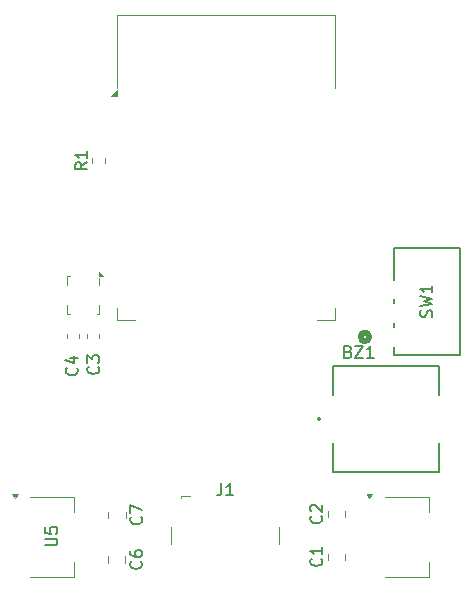
<source format=gbr>
%TF.GenerationSoftware,KiCad,Pcbnew,8.0.8-8.0.8-0~ubuntu24.04.1*%
%TF.CreationDate,2025-08-05T20:55:49-04:00*%
%TF.ProjectId,electronics,656c6563-7472-46f6-9e69-63732e6b6963,rev?*%
%TF.SameCoordinates,Original*%
%TF.FileFunction,Legend,Top*%
%TF.FilePolarity,Positive*%
%FSLAX46Y46*%
G04 Gerber Fmt 4.6, Leading zero omitted, Abs format (unit mm)*
G04 Created by KiCad (PCBNEW 8.0.8-8.0.8-0~ubuntu24.04.1) date 2025-08-05 20:55:49*
%MOMM*%
%LPD*%
G01*
G04 APERTURE LIST*
%ADD10C,0.150000*%
%ADD11C,0.508000*%
%ADD12C,0.152400*%
%ADD13C,0.120000*%
%ADD14C,0.100000*%
%ADD15C,0.127000*%
%ADD16C,0.200000*%
G04 APERTURE END LIST*
D10*
X222407200Y-85673332D02*
X222454819Y-85530475D01*
X222454819Y-85530475D02*
X222454819Y-85292380D01*
X222454819Y-85292380D02*
X222407200Y-85197142D01*
X222407200Y-85197142D02*
X222359580Y-85149523D01*
X222359580Y-85149523D02*
X222264342Y-85101904D01*
X222264342Y-85101904D02*
X222169104Y-85101904D01*
X222169104Y-85101904D02*
X222073866Y-85149523D01*
X222073866Y-85149523D02*
X222026247Y-85197142D01*
X222026247Y-85197142D02*
X221978628Y-85292380D01*
X221978628Y-85292380D02*
X221931009Y-85482856D01*
X221931009Y-85482856D02*
X221883390Y-85578094D01*
X221883390Y-85578094D02*
X221835771Y-85625713D01*
X221835771Y-85625713D02*
X221740533Y-85673332D01*
X221740533Y-85673332D02*
X221645295Y-85673332D01*
X221645295Y-85673332D02*
X221550057Y-85625713D01*
X221550057Y-85625713D02*
X221502438Y-85578094D01*
X221502438Y-85578094D02*
X221454819Y-85482856D01*
X221454819Y-85482856D02*
X221454819Y-85244761D01*
X221454819Y-85244761D02*
X221502438Y-85101904D01*
X221454819Y-84768570D02*
X222454819Y-84530475D01*
X222454819Y-84530475D02*
X221740533Y-84339999D01*
X221740533Y-84339999D02*
X222454819Y-84149523D01*
X222454819Y-84149523D02*
X221454819Y-83911428D01*
X222454819Y-83006666D02*
X222454819Y-83578094D01*
X222454819Y-83292380D02*
X221454819Y-83292380D01*
X221454819Y-83292380D02*
X221597676Y-83387618D01*
X221597676Y-83387618D02*
X221692914Y-83482856D01*
X221692914Y-83482856D02*
X221740533Y-83578094D01*
X189694819Y-105001904D02*
X190504342Y-105001904D01*
X190504342Y-105001904D02*
X190599580Y-104954285D01*
X190599580Y-104954285D02*
X190647200Y-104906666D01*
X190647200Y-104906666D02*
X190694819Y-104811428D01*
X190694819Y-104811428D02*
X190694819Y-104620952D01*
X190694819Y-104620952D02*
X190647200Y-104525714D01*
X190647200Y-104525714D02*
X190599580Y-104478095D01*
X190599580Y-104478095D02*
X190504342Y-104430476D01*
X190504342Y-104430476D02*
X189694819Y-104430476D01*
X189694819Y-103478095D02*
X189694819Y-103954285D01*
X189694819Y-103954285D02*
X190171009Y-104001904D01*
X190171009Y-104001904D02*
X190123390Y-103954285D01*
X190123390Y-103954285D02*
X190075771Y-103859047D01*
X190075771Y-103859047D02*
X190075771Y-103620952D01*
X190075771Y-103620952D02*
X190123390Y-103525714D01*
X190123390Y-103525714D02*
X190171009Y-103478095D01*
X190171009Y-103478095D02*
X190266247Y-103430476D01*
X190266247Y-103430476D02*
X190504342Y-103430476D01*
X190504342Y-103430476D02*
X190599580Y-103478095D01*
X190599580Y-103478095D02*
X190647200Y-103525714D01*
X190647200Y-103525714D02*
X190694819Y-103620952D01*
X190694819Y-103620952D02*
X190694819Y-103859047D01*
X190694819Y-103859047D02*
X190647200Y-103954285D01*
X190647200Y-103954285D02*
X190599580Y-104001904D01*
X193224819Y-72571666D02*
X192748628Y-72904999D01*
X193224819Y-73143094D02*
X192224819Y-73143094D01*
X192224819Y-73143094D02*
X192224819Y-72762142D01*
X192224819Y-72762142D02*
X192272438Y-72666904D01*
X192272438Y-72666904D02*
X192320057Y-72619285D01*
X192320057Y-72619285D02*
X192415295Y-72571666D01*
X192415295Y-72571666D02*
X192558152Y-72571666D01*
X192558152Y-72571666D02*
X192653390Y-72619285D01*
X192653390Y-72619285D02*
X192701009Y-72666904D01*
X192701009Y-72666904D02*
X192748628Y-72762142D01*
X192748628Y-72762142D02*
X192748628Y-73143094D01*
X193224819Y-71619285D02*
X193224819Y-72190713D01*
X193224819Y-71904999D02*
X192224819Y-71904999D01*
X192224819Y-71904999D02*
X192367676Y-72000237D01*
X192367676Y-72000237D02*
X192462914Y-72095475D01*
X192462914Y-72095475D02*
X192510533Y-72190713D01*
X204596666Y-99749819D02*
X204596666Y-100464104D01*
X204596666Y-100464104D02*
X204549047Y-100606961D01*
X204549047Y-100606961D02*
X204453809Y-100702200D01*
X204453809Y-100702200D02*
X204310952Y-100749819D01*
X204310952Y-100749819D02*
X204215714Y-100749819D01*
X205596666Y-100749819D02*
X205025238Y-100749819D01*
X205310952Y-100749819D02*
X205310952Y-99749819D01*
X205310952Y-99749819D02*
X205215714Y-99892676D01*
X205215714Y-99892676D02*
X205120476Y-99987914D01*
X205120476Y-99987914D02*
X205025238Y-100035533D01*
X197799580Y-102576666D02*
X197847200Y-102624285D01*
X197847200Y-102624285D02*
X197894819Y-102767142D01*
X197894819Y-102767142D02*
X197894819Y-102862380D01*
X197894819Y-102862380D02*
X197847200Y-103005237D01*
X197847200Y-103005237D02*
X197751961Y-103100475D01*
X197751961Y-103100475D02*
X197656723Y-103148094D01*
X197656723Y-103148094D02*
X197466247Y-103195713D01*
X197466247Y-103195713D02*
X197323390Y-103195713D01*
X197323390Y-103195713D02*
X197132914Y-103148094D01*
X197132914Y-103148094D02*
X197037676Y-103100475D01*
X197037676Y-103100475D02*
X196942438Y-103005237D01*
X196942438Y-103005237D02*
X196894819Y-102862380D01*
X196894819Y-102862380D02*
X196894819Y-102767142D01*
X196894819Y-102767142D02*
X196942438Y-102624285D01*
X196942438Y-102624285D02*
X196990057Y-102576666D01*
X196894819Y-102243332D02*
X196894819Y-101576666D01*
X196894819Y-101576666D02*
X197894819Y-102005237D01*
X197789580Y-106356666D02*
X197837200Y-106404285D01*
X197837200Y-106404285D02*
X197884819Y-106547142D01*
X197884819Y-106547142D02*
X197884819Y-106642380D01*
X197884819Y-106642380D02*
X197837200Y-106785237D01*
X197837200Y-106785237D02*
X197741961Y-106880475D01*
X197741961Y-106880475D02*
X197646723Y-106928094D01*
X197646723Y-106928094D02*
X197456247Y-106975713D01*
X197456247Y-106975713D02*
X197313390Y-106975713D01*
X197313390Y-106975713D02*
X197122914Y-106928094D01*
X197122914Y-106928094D02*
X197027676Y-106880475D01*
X197027676Y-106880475D02*
X196932438Y-106785237D01*
X196932438Y-106785237D02*
X196884819Y-106642380D01*
X196884819Y-106642380D02*
X196884819Y-106547142D01*
X196884819Y-106547142D02*
X196932438Y-106404285D01*
X196932438Y-106404285D02*
X196980057Y-106356666D01*
X196884819Y-105499523D02*
X196884819Y-105689999D01*
X196884819Y-105689999D02*
X196932438Y-105785237D01*
X196932438Y-105785237D02*
X196980057Y-105832856D01*
X196980057Y-105832856D02*
X197122914Y-105928094D01*
X197122914Y-105928094D02*
X197313390Y-105975713D01*
X197313390Y-105975713D02*
X197694342Y-105975713D01*
X197694342Y-105975713D02*
X197789580Y-105928094D01*
X197789580Y-105928094D02*
X197837200Y-105880475D01*
X197837200Y-105880475D02*
X197884819Y-105785237D01*
X197884819Y-105785237D02*
X197884819Y-105594761D01*
X197884819Y-105594761D02*
X197837200Y-105499523D01*
X197837200Y-105499523D02*
X197789580Y-105451904D01*
X197789580Y-105451904D02*
X197694342Y-105404285D01*
X197694342Y-105404285D02*
X197456247Y-105404285D01*
X197456247Y-105404285D02*
X197361009Y-105451904D01*
X197361009Y-105451904D02*
X197313390Y-105499523D01*
X197313390Y-105499523D02*
X197265771Y-105594761D01*
X197265771Y-105594761D02*
X197265771Y-105785237D01*
X197265771Y-105785237D02*
X197313390Y-105880475D01*
X197313390Y-105880475D02*
X197361009Y-105928094D01*
X197361009Y-105928094D02*
X197456247Y-105975713D01*
X192339580Y-89956666D02*
X192387200Y-90004285D01*
X192387200Y-90004285D02*
X192434819Y-90147142D01*
X192434819Y-90147142D02*
X192434819Y-90242380D01*
X192434819Y-90242380D02*
X192387200Y-90385237D01*
X192387200Y-90385237D02*
X192291961Y-90480475D01*
X192291961Y-90480475D02*
X192196723Y-90528094D01*
X192196723Y-90528094D02*
X192006247Y-90575713D01*
X192006247Y-90575713D02*
X191863390Y-90575713D01*
X191863390Y-90575713D02*
X191672914Y-90528094D01*
X191672914Y-90528094D02*
X191577676Y-90480475D01*
X191577676Y-90480475D02*
X191482438Y-90385237D01*
X191482438Y-90385237D02*
X191434819Y-90242380D01*
X191434819Y-90242380D02*
X191434819Y-90147142D01*
X191434819Y-90147142D02*
X191482438Y-90004285D01*
X191482438Y-90004285D02*
X191530057Y-89956666D01*
X191768152Y-89099523D02*
X192434819Y-89099523D01*
X191387200Y-89337618D02*
X192101485Y-89575713D01*
X192101485Y-89575713D02*
X192101485Y-88956666D01*
X194169580Y-89856666D02*
X194217200Y-89904285D01*
X194217200Y-89904285D02*
X194264819Y-90047142D01*
X194264819Y-90047142D02*
X194264819Y-90142380D01*
X194264819Y-90142380D02*
X194217200Y-90285237D01*
X194217200Y-90285237D02*
X194121961Y-90380475D01*
X194121961Y-90380475D02*
X194026723Y-90428094D01*
X194026723Y-90428094D02*
X193836247Y-90475713D01*
X193836247Y-90475713D02*
X193693390Y-90475713D01*
X193693390Y-90475713D02*
X193502914Y-90428094D01*
X193502914Y-90428094D02*
X193407676Y-90380475D01*
X193407676Y-90380475D02*
X193312438Y-90285237D01*
X193312438Y-90285237D02*
X193264819Y-90142380D01*
X193264819Y-90142380D02*
X193264819Y-90047142D01*
X193264819Y-90047142D02*
X193312438Y-89904285D01*
X193312438Y-89904285D02*
X193360057Y-89856666D01*
X193264819Y-89523332D02*
X193264819Y-88904285D01*
X193264819Y-88904285D02*
X193645771Y-89237618D01*
X193645771Y-89237618D02*
X193645771Y-89094761D01*
X193645771Y-89094761D02*
X193693390Y-88999523D01*
X193693390Y-88999523D02*
X193741009Y-88951904D01*
X193741009Y-88951904D02*
X193836247Y-88904285D01*
X193836247Y-88904285D02*
X194074342Y-88904285D01*
X194074342Y-88904285D02*
X194169580Y-88951904D01*
X194169580Y-88951904D02*
X194217200Y-88999523D01*
X194217200Y-88999523D02*
X194264819Y-89094761D01*
X194264819Y-89094761D02*
X194264819Y-89380475D01*
X194264819Y-89380475D02*
X194217200Y-89475713D01*
X194217200Y-89475713D02*
X194169580Y-89523332D01*
X213039580Y-102506666D02*
X213087200Y-102554285D01*
X213087200Y-102554285D02*
X213134819Y-102697142D01*
X213134819Y-102697142D02*
X213134819Y-102792380D01*
X213134819Y-102792380D02*
X213087200Y-102935237D01*
X213087200Y-102935237D02*
X212991961Y-103030475D01*
X212991961Y-103030475D02*
X212896723Y-103078094D01*
X212896723Y-103078094D02*
X212706247Y-103125713D01*
X212706247Y-103125713D02*
X212563390Y-103125713D01*
X212563390Y-103125713D02*
X212372914Y-103078094D01*
X212372914Y-103078094D02*
X212277676Y-103030475D01*
X212277676Y-103030475D02*
X212182438Y-102935237D01*
X212182438Y-102935237D02*
X212134819Y-102792380D01*
X212134819Y-102792380D02*
X212134819Y-102697142D01*
X212134819Y-102697142D02*
X212182438Y-102554285D01*
X212182438Y-102554285D02*
X212230057Y-102506666D01*
X212230057Y-102125713D02*
X212182438Y-102078094D01*
X212182438Y-102078094D02*
X212134819Y-101982856D01*
X212134819Y-101982856D02*
X212134819Y-101744761D01*
X212134819Y-101744761D02*
X212182438Y-101649523D01*
X212182438Y-101649523D02*
X212230057Y-101601904D01*
X212230057Y-101601904D02*
X212325295Y-101554285D01*
X212325295Y-101554285D02*
X212420533Y-101554285D01*
X212420533Y-101554285D02*
X212563390Y-101601904D01*
X212563390Y-101601904D02*
X213134819Y-102173332D01*
X213134819Y-102173332D02*
X213134819Y-101554285D01*
X213049580Y-106116666D02*
X213097200Y-106164285D01*
X213097200Y-106164285D02*
X213144819Y-106307142D01*
X213144819Y-106307142D02*
X213144819Y-106402380D01*
X213144819Y-106402380D02*
X213097200Y-106545237D01*
X213097200Y-106545237D02*
X213001961Y-106640475D01*
X213001961Y-106640475D02*
X212906723Y-106688094D01*
X212906723Y-106688094D02*
X212716247Y-106735713D01*
X212716247Y-106735713D02*
X212573390Y-106735713D01*
X212573390Y-106735713D02*
X212382914Y-106688094D01*
X212382914Y-106688094D02*
X212287676Y-106640475D01*
X212287676Y-106640475D02*
X212192438Y-106545237D01*
X212192438Y-106545237D02*
X212144819Y-106402380D01*
X212144819Y-106402380D02*
X212144819Y-106307142D01*
X212144819Y-106307142D02*
X212192438Y-106164285D01*
X212192438Y-106164285D02*
X212240057Y-106116666D01*
X213144819Y-105164285D02*
X213144819Y-105735713D01*
X213144819Y-105449999D02*
X212144819Y-105449999D01*
X212144819Y-105449999D02*
X212287676Y-105545237D01*
X212287676Y-105545237D02*
X212382914Y-105640475D01*
X212382914Y-105640475D02*
X212430533Y-105735713D01*
X215356547Y-88596009D02*
X215499404Y-88643628D01*
X215499404Y-88643628D02*
X215547023Y-88691247D01*
X215547023Y-88691247D02*
X215594642Y-88786485D01*
X215594642Y-88786485D02*
X215594642Y-88929342D01*
X215594642Y-88929342D02*
X215547023Y-89024580D01*
X215547023Y-89024580D02*
X215499404Y-89072200D01*
X215499404Y-89072200D02*
X215404166Y-89119819D01*
X215404166Y-89119819D02*
X215023214Y-89119819D01*
X215023214Y-89119819D02*
X215023214Y-88119819D01*
X215023214Y-88119819D02*
X215356547Y-88119819D01*
X215356547Y-88119819D02*
X215451785Y-88167438D01*
X215451785Y-88167438D02*
X215499404Y-88215057D01*
X215499404Y-88215057D02*
X215547023Y-88310295D01*
X215547023Y-88310295D02*
X215547023Y-88405533D01*
X215547023Y-88405533D02*
X215499404Y-88500771D01*
X215499404Y-88500771D02*
X215451785Y-88548390D01*
X215451785Y-88548390D02*
X215356547Y-88596009D01*
X215356547Y-88596009D02*
X215023214Y-88596009D01*
X215927976Y-88119819D02*
X216594642Y-88119819D01*
X216594642Y-88119819D02*
X215927976Y-89119819D01*
X215927976Y-89119819D02*
X216594642Y-89119819D01*
X217499404Y-89119819D02*
X216927976Y-89119819D01*
X217213690Y-89119819D02*
X217213690Y-88119819D01*
X217213690Y-88119819D02*
X217118452Y-88262676D01*
X217118452Y-88262676D02*
X217023214Y-88357914D01*
X217023214Y-88357914D02*
X216927976Y-88405533D01*
D11*
%TO.C,SW1*%
X217131000Y-87340000D02*
G75*
G02*
X216369000Y-87340000I-381000J0D01*
G01*
X216369000Y-87340000D02*
G75*
G02*
X217131000Y-87340000I381000J0D01*
G01*
D12*
X224781300Y-79793400D02*
X219218700Y-79793400D01*
X219218700Y-79793400D02*
X219218700Y-82511959D01*
X219218700Y-84168039D02*
X219218700Y-84511961D01*
X219218700Y-86168041D02*
X219218700Y-86511959D01*
X219218700Y-88168039D02*
X219218700Y-88886600D01*
X224781300Y-88886600D02*
X224781300Y-79793400D01*
X219218700Y-88886600D02*
X224781300Y-88886600D01*
D13*
%TO.C,U5*%
X188390000Y-100867500D02*
X192150000Y-100867500D01*
X188390000Y-107687500D02*
X192150000Y-107687500D01*
X192150000Y-100867500D02*
X192150000Y-102127500D01*
X192150000Y-107687500D02*
X192150000Y-106427500D01*
X187110000Y-100967500D02*
X186870000Y-100637500D01*
X187350000Y-100637500D01*
X187110000Y-100967500D01*
G36*
X187110000Y-100967500D02*
G01*
X186870000Y-100637500D01*
X187350000Y-100637500D01*
X187110000Y-100967500D01*
G37*
%TO.C,U3*%
X218420000Y-100867500D02*
X222180000Y-100867500D01*
X218420000Y-107687500D02*
X222180000Y-107687500D01*
X222180000Y-100867500D02*
X222180000Y-102127500D01*
X222180000Y-107687500D02*
X222180000Y-106427500D01*
X217140000Y-100967500D02*
X216900000Y-100637500D01*
X217380000Y-100637500D01*
X217140000Y-100967500D01*
G36*
X217140000Y-100967500D02*
G01*
X216900000Y-100637500D01*
X217380000Y-100637500D01*
X217140000Y-100967500D01*
G37*
D14*
%TO.C,U2*%
X191552500Y-82197500D02*
X191772500Y-82197500D01*
X191552500Y-82197500D02*
X191552500Y-82917500D01*
X194252500Y-82397500D02*
X194252500Y-82917500D01*
X194252500Y-84677500D02*
X194252500Y-85397500D01*
X194252500Y-85397500D02*
X194032500Y-85397500D01*
X191772500Y-85397500D02*
X191552500Y-85397500D01*
X191552500Y-85397500D02*
X191552500Y-84677500D01*
X194612500Y-82197500D02*
X194252500Y-82197500D01*
X194252500Y-81837500D01*
X194612500Y-82197500D01*
G36*
X194612500Y-82197500D02*
G01*
X194252500Y-82197500D01*
X194252500Y-81837500D01*
X194612500Y-82197500D01*
G37*
D13*
%TO.C,U1*%
X195790000Y-60070000D02*
X195790000Y-66270000D01*
X195790000Y-60070000D02*
X214190000Y-60070000D01*
X195790000Y-84920000D02*
X195790000Y-85920000D01*
X195790000Y-85920000D02*
X197290000Y-85920000D01*
X214190000Y-60070000D02*
X214190000Y-66270000D01*
X214190000Y-85920000D02*
X212690000Y-85920000D01*
X214190000Y-85920000D02*
X214190000Y-84920000D01*
X195790000Y-66945000D02*
X195290000Y-66945000D01*
X195790000Y-66445000D01*
X195790000Y-66945000D01*
G36*
X195790000Y-66945000D02*
G01*
X195290000Y-66945000D01*
X195790000Y-66445000D01*
X195790000Y-66945000D01*
G37*
%TO.C,R1*%
X194722500Y-72642258D02*
X194722500Y-72167742D01*
X193677500Y-72642258D02*
X193677500Y-72167742D01*
%TO.C,J1*%
X200350000Y-104875000D02*
X200350000Y-103465000D01*
X201170000Y-100795000D02*
X201170000Y-100945000D01*
X201970000Y-100795000D02*
X201170000Y-100795000D01*
X209510000Y-104875000D02*
X209510000Y-103465000D01*
%TO.C,C7*%
X195015000Y-102661252D02*
X195015000Y-102138748D01*
X196485000Y-102661252D02*
X196485000Y-102138748D01*
%TO.C,C6*%
X194995000Y-106451252D02*
X194995000Y-105928748D01*
X196465000Y-106451252D02*
X196465000Y-105928748D01*
%TO.C,C4*%
X191560000Y-87119420D02*
X191560000Y-87400580D01*
X192580000Y-87119420D02*
X192580000Y-87400580D01*
%TO.C,C3*%
X193190000Y-87134420D02*
X193190000Y-87415580D01*
X194210000Y-87134420D02*
X194210000Y-87415580D01*
%TO.C,C2*%
X215095000Y-102601252D02*
X215095000Y-102078748D01*
X213625000Y-102601252D02*
X213625000Y-102078748D01*
%TO.C,C1*%
X215105000Y-106211252D02*
X215105000Y-105688748D01*
X213635000Y-106211252D02*
X213635000Y-105688748D01*
D15*
%TO.C,BZ1*%
X214062500Y-89800000D02*
X223062500Y-89800000D01*
X214062500Y-92280000D02*
X214062500Y-89800000D01*
X214062500Y-98800000D02*
X214062500Y-96320000D01*
X223062500Y-89800000D02*
X223062500Y-92280000D01*
X223062500Y-96320000D02*
X223062500Y-98800000D01*
X223062500Y-98800000D02*
X214062500Y-98800000D01*
D16*
X212962500Y-94300000D02*
G75*
G02*
X212762500Y-94300000I-100000J0D01*
G01*
X212762500Y-94300000D02*
G75*
G02*
X212962500Y-94300000I100000J0D01*
G01*
%TD*%
M02*

</source>
